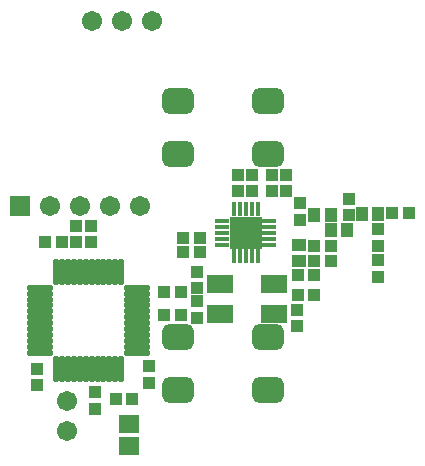
<source format=gts>
%FSLAX44Y44*%
%MOMM*%
G71*
G01*
G75*
G04 Layer_Color=8388736*
%ADD10C,1.5000*%
%ADD11R,0.8000X0.9000*%
%ADD12R,0.9000X0.8000*%
%ADD13R,1.0500X0.2500*%
%ADD14R,0.2500X1.0500*%
%ADD15R,2.5000X2.5000*%
%ADD16R,1.5000X1.3000*%
%ADD17R,0.8000X1.1000*%
%ADD18R,1.1000X0.8000*%
G04:AMPARAMS|DCode=19|XSize=2.5mm|YSize=2mm|CornerRadius=0.5mm|HoleSize=0mm|Usage=FLASHONLY|Rotation=0.000|XOffset=0mm|YOffset=0mm|HoleType=Round|Shape=RoundedRectangle|*
%AMROUNDEDRECTD19*
21,1,2.5000,1.0000,0,0,0.0*
21,1,1.5000,2.0000,0,0,0.0*
1,1,1.0000,0.7500,-0.5000*
1,1,1.0000,-0.7500,-0.5000*
1,1,1.0000,-0.7500,0.5000*
1,1,1.0000,0.7500,0.5000*
%
%ADD19ROUNDEDRECTD19*%
%ADD20R,2.0000X1.4000*%
%ADD21O,0.3000X2.1000*%
%ADD22O,2.1000X0.3000*%
%ADD23C,0.5000*%
%ADD24C,0.2000*%
%ADD25C,0.7500*%
%ADD26C,0.3000*%
%ADD27C,0.4000*%
%ADD28C,1.5000*%
%ADD29R,1.5000X1.5000*%
%ADD30C,0.8000*%
%ADD31R,1.3000X0.6000*%
%ADD32C,8.0000*%
G04:AMPARAMS|DCode=33|XSize=6mm|YSize=6mm|CornerRadius=1.5mm|HoleSize=0mm|Usage=FLASHONLY|Rotation=300.000|XOffset=0mm|YOffset=0mm|HoleType=Round|Shape=RoundedRectangle|*
%AMROUNDEDRECTD33*
21,1,6.0000,3.0000,0,0,300.0*
21,1,3.0000,6.0000,0,0,300.0*
1,1,3.0000,-0.5490,-2.0490*
1,1,3.0000,-2.0490,0.5490*
1,1,3.0000,0.5490,2.0490*
1,1,3.0000,2.0490,-0.5490*
%
%ADD33ROUNDEDRECTD33*%
%ADD34R,1.0032X1.1032*%
%ADD35R,1.1032X1.0032*%
%ADD36R,1.2532X0.4532*%
%ADD37R,0.4532X1.2532*%
%ADD38R,2.7032X2.7032*%
%ADD39R,1.7032X1.5032*%
%ADD40R,1.0032X1.3032*%
%ADD41R,1.3032X1.0032*%
G04:AMPARAMS|DCode=42|XSize=2.7032mm|YSize=2.2032mm|CornerRadius=0.6016mm|HoleSize=0mm|Usage=FLASHONLY|Rotation=0.000|XOffset=0mm|YOffset=0mm|HoleType=Round|Shape=RoundedRectangle|*
%AMROUNDEDRECTD42*
21,1,2.7032,1.0000,0,0,0.0*
21,1,1.5000,2.2032,0,0,0.0*
1,1,1.2032,0.7500,-0.5000*
1,1,1.2032,-0.7500,-0.5000*
1,1,1.2032,-0.7500,0.5000*
1,1,1.2032,0.7500,0.5000*
%
%ADD42ROUNDEDRECTD42*%
%ADD43R,2.2032X1.6032*%
%ADD44O,0.5032X2.3032*%
%ADD45O,2.3032X0.5032*%
%ADD46C,1.7032*%
%ADD47R,1.7032X1.7032*%
%ADD48C,1.0032*%
D34*
X1077000Y987000D02*
D03*
X1091000D02*
D03*
X1091000Y1000000D02*
D03*
X1077000D02*
D03*
X1063000Y958000D02*
D03*
X1077000D02*
D03*
X1077000Y975000D02*
D03*
X1063000D02*
D03*
X849000Y1003000D02*
D03*
X863000D02*
D03*
X923000Y870000D02*
D03*
X909000D02*
D03*
X950000Y961000D02*
D03*
X964000D02*
D03*
X1143000Y1028000D02*
D03*
X1157000D02*
D03*
X950000Y941000D02*
D03*
X964000D02*
D03*
X980000Y995000D02*
D03*
X966000D02*
D03*
X966000Y1007000D02*
D03*
X980000D02*
D03*
D35*
X1062000Y932000D02*
D03*
Y946000D02*
D03*
X937000Y898000D02*
D03*
Y884000D02*
D03*
X842000Y896000D02*
D03*
Y882000D02*
D03*
X891000Y862000D02*
D03*
Y876000D02*
D03*
X1065000Y1036000D02*
D03*
Y1022000D02*
D03*
X1106000Y1040000D02*
D03*
Y1026000D02*
D03*
X1131000Y1000000D02*
D03*
Y1014000D02*
D03*
Y974000D02*
D03*
Y988000D02*
D03*
X1024000Y1060000D02*
D03*
Y1046000D02*
D03*
X978000Y939000D02*
D03*
Y953000D02*
D03*
X875000Y1017000D02*
D03*
Y1003000D02*
D03*
X888000Y1017000D02*
D03*
Y1003000D02*
D03*
X1053000Y1060000D02*
D03*
Y1046000D02*
D03*
X1041000Y1060000D02*
D03*
Y1046000D02*
D03*
X1012000Y1060000D02*
D03*
Y1046000D02*
D03*
X978000Y978000D02*
D03*
Y964000D02*
D03*
D36*
X999250Y1021000D02*
D03*
Y1016000D02*
D03*
Y1011000D02*
D03*
Y1006000D02*
D03*
Y1001000D02*
D03*
X1038750D02*
D03*
Y1006000D02*
D03*
Y1011000D02*
D03*
Y1016000D02*
D03*
Y1021000D02*
D03*
D37*
X1009000Y991250D02*
D03*
X1014000D02*
D03*
X1019000D02*
D03*
X1024000D02*
D03*
X1029000D02*
D03*
Y1030750D02*
D03*
X1024000D02*
D03*
X1019000D02*
D03*
X1014000D02*
D03*
X1009000D02*
D03*
D38*
X1019000Y1011000D02*
D03*
D39*
X920000Y830500D02*
D03*
Y849500D02*
D03*
D40*
X1091000Y1026000D02*
D03*
X1077000D02*
D03*
X1105000Y1013000D02*
D03*
X1091000D02*
D03*
X1131000Y1027000D02*
D03*
X1117000D02*
D03*
D41*
X1064000Y987000D02*
D03*
Y1001000D02*
D03*
D42*
X962000Y922500D02*
D03*
X1038000D02*
D03*
Y877500D02*
D03*
X962000D02*
D03*
X1038000Y1077500D02*
D03*
X962000D02*
D03*
Y1122500D02*
D03*
X1038000D02*
D03*
D43*
X997500Y967500D02*
D03*
X1042500D02*
D03*
Y942500D02*
D03*
X997500D02*
D03*
D44*
X913500Y896000D02*
D03*
X908500D02*
D03*
X903500D02*
D03*
X898500D02*
D03*
X893500D02*
D03*
X888500D02*
D03*
X883500D02*
D03*
X878500D02*
D03*
X873500D02*
D03*
X868500D02*
D03*
X863500D02*
D03*
X858500D02*
D03*
Y978000D02*
D03*
X863500D02*
D03*
X868500D02*
D03*
X873500D02*
D03*
X878500D02*
D03*
X883500D02*
D03*
X888500D02*
D03*
X893500D02*
D03*
X898500D02*
D03*
X903500D02*
D03*
X908500D02*
D03*
X913500D02*
D03*
D45*
X845000Y909500D02*
D03*
Y914500D02*
D03*
Y919500D02*
D03*
Y924500D02*
D03*
Y929500D02*
D03*
Y934500D02*
D03*
Y939500D02*
D03*
Y944500D02*
D03*
Y949500D02*
D03*
Y954500D02*
D03*
Y959500D02*
D03*
Y964500D02*
D03*
X927000D02*
D03*
Y959500D02*
D03*
Y954500D02*
D03*
Y949500D02*
D03*
Y944500D02*
D03*
Y939500D02*
D03*
Y934500D02*
D03*
Y929500D02*
D03*
Y924500D02*
D03*
Y919500D02*
D03*
Y914500D02*
D03*
Y909500D02*
D03*
D46*
X868000Y843600D02*
D03*
Y869000D02*
D03*
X914600Y1190600D02*
D03*
X940000D02*
D03*
X889200D02*
D03*
X853400Y1034000D02*
D03*
X878800D02*
D03*
X904200D02*
D03*
X929600D02*
D03*
D47*
X828000D02*
D03*
D48*
X1013000Y1017000D02*
D03*
X1025000D02*
D03*
X1013000Y1005000D02*
D03*
X1025000D02*
D03*
M02*

</source>
